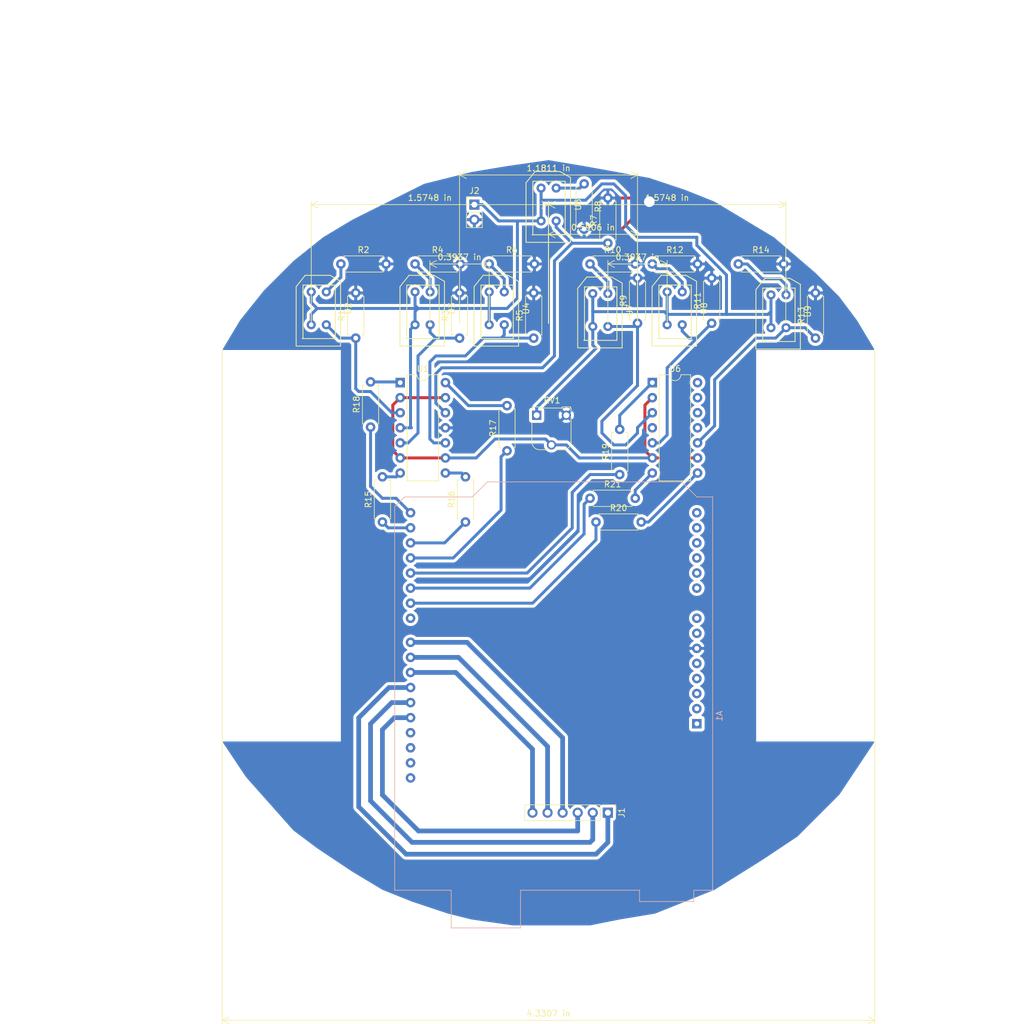
<source format=kicad_pcb>
(kicad_pcb (version 20171130) (host pcbnew 5.1.4-e60b266~84~ubuntu18.04.1)
  (layers (0 F.Cu signal) (31 B.Cu signal) (34 B.Paste user) (35 F.Paste user) (36 B.SilkS user) (37 F.SilkS user) (38 B.Mask user) (39 F.Mask user) (44 Edge.Cuts user))
  (net 0 "")
  (net 1 /Sheet5D8E0D89/S1)
  (net 2 /Sheet5D8E0D89/S0)
  (net 3 "Net-(A1-Pad30)")
  (net 4 "Net-(A1-Pad14)")
  (net 5 "Net-(A1-Pad29)")
  (net 6 "Net-(A1-Pad13)")
  (net 7 "Net-(A1-Pad28)")
  (net 8 "Net-(A1-Pad12)")
  (net 9 "Net-(A1-Pad27)")
  (net 10 "Net-(A1-Pad11)")
  (net 11 "Net-(A1-Pad26)")
  (net 12 "Net-(A1-Pad10)")
  (net 13 "Net-(A1-Pad25)")
  (net 14 "Net-(A1-Pad9)")
  (net 15 "Net-(A1-Pad24)")
  (net 16 "Net-(A1-Pad8)")
  (net 17 "Net-(A1-Pad23)")
  (net 18 "Net-(A1-Pad7)")
  (net 19 "Net-(A1-Pad22)")
  (net 20 /Sheet5D8E0D89/S6)
  (net 21 "Net-(A1-Pad5)")
  (net 22 /Sheet5D8E0D89/S5)
  (net 23 "Net-(A1-Pad4)")
  (net 24 /Sheet5D8E0D89/S4)
  (net 25 "Net-(A1-Pad3)")
  (net 26 /Sheet5D8E0D89/S3)
  (net 27 "Net-(A1-Pad2)")
  (net 28 /Sheet5D8E0D89/S2)
  (net 29 "Net-(A1-Pad1)")
  (net 30 "Net-(A1-Pad31)")
  (net 31 "Net-(A1-Pad32)")
  (net 32 /Sheet5D8E0D89/powerGND)
  (net 33 /Sheet5D8E0D89/power5)
  (net 34 "Net-(R1-Pad1)")
  (net 35 "Net-(R2-Pad1)")
  (net 36 "Net-(R3-Pad1)")
  (net 37 "Net-(R4-Pad1)")
  (net 38 "Net-(R5-Pad1)")
  (net 39 "Net-(R6-Pad1)")
  (net 40 "Net-(R7-Pad1)")
  (net 41 "Net-(R8-Pad1)")
  (net 42 "Net-(R9-Pad1)")
  (net 43 "Net-(R10-Pad1)")
  (net 44 "Net-(R11-Pad1)")
  (net 45 "Net-(R12-Pad1)")
  (net 46 "Net-(R13-Pad1)")
  (net 47 "Net-(R14-Pad1)")
  (net 48 "Net-(R15-Pad2)")
  (net 49 "Net-(R16-Pad2)")
  (net 50 "Net-(R17-Pad2)")
  (net 51 "Net-(R18-Pad2)")
  (net 52 "Net-(R19-Pad2)")
  (net 53 "Net-(R20-Pad2)")
  (net 54 "Net-(R21-Pad2)")
  (net 55 "Net-(RV1-Pad2)")
  (module Module:Arduino_UNO_R3 (layer B.Cu) (at 175 125 90)
    (fp_text reference A1 (at 1.27 3.81 270) (layer B.SilkS) (effects (justify mirror)))
    (fp_text value Arduino_UNO_R3)
    (pad 16 thru_hole oval (at 33.02 -48.26) (size 1.6 1.6) (drill 0.8) (layers *.Cu *.Mask) (net 1 /Sheet5D8E0D89/S1))
    (pad 15 thru_hole oval (at 35.56 -48.26) (size 1.6 1.6) (drill 0.8) (layers *.Cu *.Mask) (net 2 /Sheet5D8E0D89/S0))
    (pad 30 thru_hole oval (at -4.06 -48.26) (size 1.6 1.6) (drill 0.8) (layers *.Cu *.Mask) (net 3 "Net-(A1-Pad30)"))
    (pad 14 thru_hole oval (at 35.56 0) (size 1.6 1.6) (drill 0.8) (layers *.Cu *.Mask) (net 4 "Net-(A1-Pad14)"))
    (pad 29 thru_hole oval (at -1.52 -48.26) (size 1.6 1.6) (drill 0.8) (layers *.Cu *.Mask) (net 5 "Net-(A1-Pad29)"))
    (pad 13 thru_hole oval (at 33.02 0) (size 1.6 1.6) (drill 0.8) (layers *.Cu *.Mask) (net 6 "Net-(A1-Pad13)"))
    (pad 28 thru_hole oval (at 1.02 -48.26) (size 1.6 1.6) (drill 0.8) (layers *.Cu *.Mask) (net 7 "Net-(A1-Pad28)"))
    (pad 12 thru_hole oval (at 30.48 0) (size 1.6 1.6) (drill 0.8) (layers *.Cu *.Mask) (net 8 "Net-(A1-Pad12)"))
    (pad 27 thru_hole oval (at 3.56 -48.26) (size 1.6 1.6) (drill 0.8) (layers *.Cu *.Mask) (net 9 "Net-(A1-Pad27)"))
    (pad 11 thru_hole oval (at 27.94 0) (size 1.6 1.6) (drill 0.8) (layers *.Cu *.Mask) (net 10 "Net-(A1-Pad11)"))
    (pad 26 thru_hole oval (at 6.1 -48.26) (size 1.6 1.6) (drill 0.8) (layers *.Cu *.Mask) (net 11 "Net-(A1-Pad26)"))
    (pad 10 thru_hole oval (at 25.4 0) (size 1.6 1.6) (drill 0.8) (layers *.Cu *.Mask) (net 12 "Net-(A1-Pad10)"))
    (pad 25 thru_hole oval (at 8.64 -48.26) (size 1.6 1.6) (drill 0.8) (layers *.Cu *.Mask) (net 13 "Net-(A1-Pad25)"))
    (pad 9 thru_hole oval (at 22.86 0) (size 1.6 1.6) (drill 0.8) (layers *.Cu *.Mask) (net 14 "Net-(A1-Pad9)"))
    (pad 24 thru_hole oval (at 11.18 -48.26) (size 1.6 1.6) (drill 0.8) (layers *.Cu *.Mask) (net 15 "Net-(A1-Pad24)"))
    (pad 8 thru_hole oval (at 17.78 0) (size 1.6 1.6) (drill 0.8) (layers *.Cu *.Mask) (net 16 "Net-(A1-Pad8)"))
    (pad 23 thru_hole oval (at 13.72 -48.26) (size 1.6 1.6) (drill 0.8) (layers *.Cu *.Mask) (net 17 "Net-(A1-Pad23)"))
    (pad 7 thru_hole oval (at 15.24 0) (size 1.6 1.6) (drill 0.8) (layers *.Cu *.Mask) (net 18 "Net-(A1-Pad7)"))
    (pad 22 thru_hole oval (at 17.78 -48.26) (size 1.6 1.6) (drill 0.8) (layers *.Cu *.Mask) (net 19 "Net-(A1-Pad22)"))
    (pad 6 thru_hole oval (at 12.7 0) (size 1.6 1.6) (drill 0.8) (layers *.Cu *.Mask) (net 32 /Sheet5D8E0D89/powerGND))
    (pad 21 thru_hole oval (at 20.32 -48.26) (size 1.6 1.6) (drill 0.8) (layers *.Cu *.Mask) (net 20 /Sheet5D8E0D89/S6))
    (pad 5 thru_hole oval (at 10.16 0) (size 1.6 1.6) (drill 0.8) (layers *.Cu *.Mask) (net 21 "Net-(A1-Pad5)"))
    (pad 20 thru_hole oval (at 22.86 -48.26) (size 1.6 1.6) (drill 0.8) (layers *.Cu *.Mask) (net 22 /Sheet5D8E0D89/S5))
    (pad 4 thru_hole oval (at 7.62 0) (size 1.6 1.6) (drill 0.8) (layers *.Cu *.Mask) (net 23 "Net-(A1-Pad4)"))
    (pad 19 thru_hole oval (at 25.4 -48.26) (size 1.6 1.6) (drill 0.8) (layers *.Cu *.Mask) (net 24 /Sheet5D8E0D89/S4))
    (pad 3 thru_hole oval (at 5.08 0) (size 1.6 1.6) (drill 0.8) (layers *.Cu *.Mask) (net 25 "Net-(A1-Pad3)"))
    (pad 18 thru_hole oval (at 27.94 -48.26) (size 1.6 1.6) (drill 0.8) (layers *.Cu *.Mask) (net 26 /Sheet5D8E0D89/S3))
    (pad 2 thru_hole oval (at 2.54 0) (size 1.6 1.6) (drill 0.8) (layers *.Cu *.Mask) (net 27 "Net-(A1-Pad2)"))
    (pad 17 thru_hole oval (at 30.48 -48.26) (size 1.6 1.6) (drill 0.8) (layers *.Cu *.Mask) (net 28 /Sheet5D8E0D89/S2))
    (pad 1 thru_hole rect (at 0 0) (size 1.6 1.6) (drill 0.8) (layers *.Cu *.Mask) (net 29 "Net-(A1-Pad1)"))
    (pad 31 thru_hole oval (at -6.6 -48.26) (size 1.6 1.6) (drill 0.8) (layers *.Cu *.Mask) (net 30 "Net-(A1-Pad31)"))
    (pad 32 thru_hole oval (at -9.14 -48.26) (size 1.6 1.6) (drill 0.8) (layers *.Cu *.Mask) (net 31 "Net-(A1-Pad32)"))
  )
  (module Connector_PinHeader_2.54mm:PinHeader_1x06_P2.54mm_Vertical (layer F.Cu) (at 160 140 270)
    (fp_text reference J1 (at 0 -2.33 90) (layer F.SilkS))
    (fp_text value Conn_01x06_Male)
    (pad 6 thru_hole oval (at 0 12.7 270) (size 1.7 1.7) (drill 1) (layers *.Cu *.Mask) (net 13 "Net-(A1-Pad25)"))
    (pad 5 thru_hole oval (at 0 10.16 270) (size 1.7 1.7) (drill 1) (layers *.Cu *.Mask) (net 15 "Net-(A1-Pad24)"))
    (pad 4 thru_hole oval (at 0 7.62 270) (size 1.7 1.7) (drill 1) (layers *.Cu *.Mask) (net 17 "Net-(A1-Pad23)"))
    (pad 3 thru_hole oval (at 0 5.08 270) (size 1.7 1.7) (drill 1) (layers *.Cu *.Mask) (net 7 "Net-(A1-Pad28)"))
    (pad 2 thru_hole oval (at 0 2.54 270) (size 1.7 1.7) (drill 1) (layers *.Cu *.Mask) (net 9 "Net-(A1-Pad27)"))
    (pad 1 thru_hole rect (at 0 0 270) (size 1.7 1.7) (drill 1) (layers *.Cu *.Mask) (net 11 "Net-(A1-Pad26)"))
  )
  (module Resistor_THT:R_Axial_DIN0207_L6.3mm_D2.5mm_P7.62mm_Horizontal (layer F.Cu) (at 182 47.5)
    (fp_text reference R14 (at 3.81 -2.37) (layer F.SilkS))
    (fp_text value 100)
    (pad 1 thru_hole circle (at 0 0) (size 1.6 1.6) (drill 0.8) (layers *.Cu *.Mask) (net 47 "Net-(R14-Pad1)"))
    (pad 2 thru_hole oval (at 7.62 0) (size 1.6 1.6) (drill 0.8) (layers *.Cu *.Mask) (net 32 /Sheet5D8E0D89/powerGND))
  )
  (module "selfLibrary:TCRT 5000" (layer F.Cu) (at 187.5 55.5 90)
    (fp_text reference U9 (at 0 6.223 90) (layer F.SilkS))
    (fp_text value TCRT5000)
    (pad 1 thru_hole circle (at 2.794 0 90) (size 1.524 1.524) (drill 0.762) (layers *.Cu *.Mask) (net 33 /Sheet5D8E0D89/power5))
    (pad 4 thru_hole circle (at -2.7432 0 90) (size 1.524 1.524) (drill 0.762) (layers *.Cu *.Mask) (net 33 /Sheet5D8E0D89/power5))
    (pad 2 thru_hole circle (at 2.794 2.54 90) (size 1.524 1.524) (drill 0.762) (layers *.Cu *.Mask) (net 47 "Net-(R14-Pad1)"))
    (pad 3 thru_hole circle (at -2.7432 2.54 90) (size 1.524 1.524) (drill 0.762) (layers *.Cu *.Mask) (net 46 "Net-(R13-Pad1)"))
  )
  (module Resistor_THT:R_Axial_DIN0207_L6.3mm_D2.5mm_P7.62mm_Horizontal (layer F.Cu) (at 156 34 270)
    (fp_text reference R8 (at 3.81 -2.37 90) (layer F.SilkS))
    (fp_text value 100)
    (pad 1 thru_hole circle (at 0 0 270) (size 1.6 1.6) (drill 0.8) (layers *.Cu *.Mask) (net 41 "Net-(R8-Pad1)"))
    (pad 2 thru_hole oval (at 7.62 0 270) (size 1.6 1.6) (drill 0.8) (layers *.Cu *.Mask) (net 32 /Sheet5D8E0D89/powerGND))
  )
  (module Resistor_THT:R_Axial_DIN0207_L6.3mm_D2.5mm_P7.62mm_Horizontal (layer F.Cu) (at 160 44 90)
    (fp_text reference R7 (at 3.81 -2.37 90) (layer F.SilkS))
    (fp_text value 10K)
    (pad 1 thru_hole circle (at 0 0 90) (size 1.6 1.6) (drill 0.8) (layers *.Cu *.Mask) (net 40 "Net-(R7-Pad1)"))
    (pad 2 thru_hole oval (at 7.62 0 90) (size 1.6 1.6) (drill 0.8) (layers *.Cu *.Mask) (net 32 /Sheet5D8E0D89/powerGND))
  )
  (module "selfLibrary:TCRT 5000" (layer F.Cu) (at 110 55 90)
    (fp_text reference U2 (at 0 6.223 90) (layer F.SilkS))
    (fp_text value TCRT5000)
    (pad 1 thru_hole circle (at 2.794 0 90) (size 1.524 1.524) (drill 0.762) (layers *.Cu *.Mask) (net 33 /Sheet5D8E0D89/power5))
    (pad 4 thru_hole circle (at -2.7432 0 90) (size 1.524 1.524) (drill 0.762) (layers *.Cu *.Mask) (net 33 /Sheet5D8E0D89/power5))
    (pad 2 thru_hole circle (at 2.794 2.54 90) (size 1.524 1.524) (drill 0.762) (layers *.Cu *.Mask) (net 35 "Net-(R2-Pad1)"))
    (pad 3 thru_hole circle (at -2.7432 2.54 90) (size 1.524 1.524) (drill 0.762) (layers *.Cu *.Mask) (net 34 "Net-(R1-Pad1)"))
  )
  (module "selfLibrary:TCRT 5000" (layer F.Cu) (at 170 55 90)
    (fp_text reference U8 (at 0 6.223 90) (layer F.SilkS))
    (fp_text value TCRT5000)
    (pad 1 thru_hole circle (at 2.794 0 90) (size 1.524 1.524) (drill 0.762) (layers *.Cu *.Mask) (net 33 /Sheet5D8E0D89/power5))
    (pad 4 thru_hole circle (at -2.7432 0 90) (size 1.524 1.524) (drill 0.762) (layers *.Cu *.Mask) (net 33 /Sheet5D8E0D89/power5))
    (pad 2 thru_hole circle (at 2.794 2.54 90) (size 1.524 1.524) (drill 0.762) (layers *.Cu *.Mask) (net 45 "Net-(R12-Pad1)"))
    (pad 3 thru_hole circle (at -2.7432 2.54 90) (size 1.524 1.524) (drill 0.762) (layers *.Cu *.Mask) (net 44 "Net-(R11-Pad1)"))
  )
  (module "selfLibrary:TCRT 5000" (layer F.Cu) (at 157.46 55.294 90)
    (fp_text reference U7 (at 0 6.223 90) (layer F.SilkS))
    (fp_text value TCRT5000)
    (pad 1 thru_hole circle (at 2.794 0 90) (size 1.524 1.524) (drill 0.762) (layers *.Cu *.Mask) (net 33 /Sheet5D8E0D89/power5))
    (pad 4 thru_hole circle (at -2.7432 0 90) (size 1.524 1.524) (drill 0.762) (layers *.Cu *.Mask) (net 33 /Sheet5D8E0D89/power5))
    (pad 2 thru_hole circle (at 2.794 2.54 90) (size 1.524 1.524) (drill 0.762) (layers *.Cu *.Mask) (net 43 "Net-(R10-Pad1)"))
    (pad 3 thru_hole circle (at -2.7432 2.54 90) (size 1.524 1.524) (drill 0.762) (layers *.Cu *.Mask) (net 42 "Net-(R9-Pad1)"))
  )
  (module Package_DIP:DIP-14_W7.62mm (layer F.Cu) (at 167.5 67.5)
    (fp_text reference U6 (at 3.81 -2.33) (layer F.SilkS))
    (fp_text value LM324)
    (pad 1 thru_hole rect (at 0 0) (size 1.6 1.6) (drill 0.8) (layers *.Cu *.Mask) (net 52 "Net-(R19-Pad2)"))
    (pad 8 thru_hole oval (at 7.62 15.24) (size 1.6 1.6) (drill 0.8) (layers *.Cu *.Mask) (net 53 "Net-(R20-Pad2)"))
    (pad 2 thru_hole oval (at 0 2.54) (size 1.6 1.6) (drill 0.8) (layers *.Cu *.Mask) (net 55 "Net-(RV1-Pad2)"))
    (pad 9 thru_hole oval (at 7.62 12.7) (size 1.6 1.6) (drill 0.8) (layers *.Cu *.Mask) (net 55 "Net-(RV1-Pad2)"))
    (pad 3 thru_hole oval (at 0 5.08) (size 1.6 1.6) (drill 0.8) (layers *.Cu *.Mask) (net 42 "Net-(R9-Pad1)"))
    (pad 10 thru_hole oval (at 7.62 10.16) (size 1.6 1.6) (drill 0.8) (layers *.Cu *.Mask) (net 46 "Net-(R13-Pad1)"))
    (pad 4 thru_hole oval (at 0 7.62) (size 1.6 1.6) (drill 0.8) (layers *.Cu *.Mask))
    (pad 11 thru_hole oval (at 7.62 7.62) (size 1.6 1.6) (drill 0.8) (layers *.Cu *.Mask))
    (pad 5 thru_hole oval (at 0 10.16) (size 1.6 1.6) (drill 0.8) (layers *.Cu *.Mask) (net 44 "Net-(R11-Pad1)"))
    (pad 12 thru_hole oval (at 7.62 5.08) (size 1.6 1.6) (drill 0.8) (layers *.Cu *.Mask))
    (pad 6 thru_hole oval (at 0 12.7) (size 1.6 1.6) (drill 0.8) (layers *.Cu *.Mask) (net 55 "Net-(RV1-Pad2)"))
    (pad 13 thru_hole oval (at 7.62 2.54) (size 1.6 1.6) (drill 0.8) (layers *.Cu *.Mask))
    (pad 7 thru_hole oval (at 0 15.24) (size 1.6 1.6) (drill 0.8) (layers *.Cu *.Mask) (net 54 "Net-(R21-Pad2)"))
    (pad 14 thru_hole oval (at 7.62 0) (size 1.6 1.6) (drill 0.8) (layers *.Cu *.Mask))
  )
  (module "selfLibrary:TCRT 5000" (layer F.Cu) (at 148.75 37.5 90)
    (fp_text reference U5 (at 0 6.223 90) (layer F.SilkS))
    (fp_text value TCRT5000)
    (pad 1 thru_hole circle (at 2.794 0 90) (size 1.524 1.524) (drill 0.762) (layers *.Cu *.Mask) (net 33 /Sheet5D8E0D89/power5))
    (pad 4 thru_hole circle (at -2.7432 0 90) (size 1.524 1.524) (drill 0.762) (layers *.Cu *.Mask) (net 33 /Sheet5D8E0D89/power5))
    (pad 2 thru_hole circle (at 2.794 2.54 90) (size 1.524 1.524) (drill 0.762) (layers *.Cu *.Mask) (net 41 "Net-(R8-Pad1)"))
    (pad 3 thru_hole circle (at -2.7432 2.54 90) (size 1.524 1.524) (drill 0.762) (layers *.Cu *.Mask) (net 40 "Net-(R7-Pad1)"))
  )
  (module "selfLibrary:TCRT 5000" (layer F.Cu) (at 140 55 90)
    (fp_text reference U4 (at 0 6.223 90) (layer F.SilkS))
    (fp_text value TCRT5000)
    (pad 1 thru_hole circle (at 2.794 0 90) (size 1.524 1.524) (drill 0.762) (layers *.Cu *.Mask) (net 33 /Sheet5D8E0D89/power5))
    (pad 4 thru_hole circle (at -2.7432 0 90) (size 1.524 1.524) (drill 0.762) (layers *.Cu *.Mask) (net 33 /Sheet5D8E0D89/power5))
    (pad 2 thru_hole circle (at 2.794 2.54 90) (size 1.524 1.524) (drill 0.762) (layers *.Cu *.Mask) (net 39 "Net-(R6-Pad1)"))
    (pad 3 thru_hole circle (at -2.7432 2.54 90) (size 1.524 1.524) (drill 0.762) (layers *.Cu *.Mask) (net 38 "Net-(R5-Pad1)"))
  )
  (module "selfLibrary:TCRT 5000" (layer F.Cu) (at 127.5 55 90)
    (fp_text reference U3 (at 0 6.223 90) (layer F.SilkS))
    (fp_text value TCRT5000)
    (pad 1 thru_hole circle (at 2.794 0 90) (size 1.524 1.524) (drill 0.762) (layers *.Cu *.Mask) (net 33 /Sheet5D8E0D89/power5))
    (pad 4 thru_hole circle (at -2.7432 0 90) (size 1.524 1.524) (drill 0.762) (layers *.Cu *.Mask) (net 33 /Sheet5D8E0D89/power5))
    (pad 2 thru_hole circle (at 2.794 2.54 90) (size 1.524 1.524) (drill 0.762) (layers *.Cu *.Mask) (net 37 "Net-(R4-Pad1)"))
    (pad 3 thru_hole circle (at -2.7432 2.54 90) (size 1.524 1.524) (drill 0.762) (layers *.Cu *.Mask) (net 36 "Net-(R3-Pad1)"))
  )
  (module Package_DIP:DIP-14_W7.62mm (layer F.Cu) (at 125 67.5)
    (fp_text reference U1 (at 3.81 -2.33) (layer F.SilkS))
    (fp_text value LM324)
    (pad 1 thru_hole rect (at 0 0) (size 1.6 1.6) (drill 0.8) (layers *.Cu *.Mask) (net 51 "Net-(R18-Pad2)"))
    (pad 8 thru_hole oval (at 7.62 15.24) (size 1.6 1.6) (drill 0.8) (layers *.Cu *.Mask) (net 49 "Net-(R16-Pad2)"))
    (pad 2 thru_hole oval (at 0 2.54) (size 1.6 1.6) (drill 0.8) (layers *.Cu *.Mask) (net 55 "Net-(RV1-Pad2)"))
    (pad 9 thru_hole oval (at 7.62 12.7) (size 1.6 1.6) (drill 0.8) (layers *.Cu *.Mask) (net 55 "Net-(RV1-Pad2)"))
    (pad 3 thru_hole oval (at 0 5.08) (size 1.6 1.6) (drill 0.8) (layers *.Cu *.Mask) (net 34 "Net-(R1-Pad1)"))
    (pad 10 thru_hole oval (at 7.62 10.16) (size 1.6 1.6) (drill 0.8) (layers *.Cu *.Mask) (net 38 "Net-(R5-Pad1)"))
    (pad 4 thru_hole oval (at 0 7.62) (size 1.6 1.6) (drill 0.8) (layers *.Cu *.Mask) (net 33 /Sheet5D8E0D89/power5))
    (pad 11 thru_hole oval (at 7.62 7.62) (size 1.6 1.6) (drill 0.8) (layers *.Cu *.Mask) (net 32 /Sheet5D8E0D89/powerGND))
    (pad 5 thru_hole oval (at 0 10.16) (size 1.6 1.6) (drill 0.8) (layers *.Cu *.Mask) (net 36 "Net-(R3-Pad1)"))
    (pad 12 thru_hole oval (at 7.62 5.08) (size 1.6 1.6) (drill 0.8) (layers *.Cu *.Mask) (net 40 "Net-(R7-Pad1)"))
    (pad 6 thru_hole oval (at 0 12.7) (size 1.6 1.6) (drill 0.8) (layers *.Cu *.Mask) (net 55 "Net-(RV1-Pad2)"))
    (pad 13 thru_hole oval (at 7.62 2.54) (size 1.6 1.6) (drill 0.8) (layers *.Cu *.Mask) (net 55 "Net-(RV1-Pad2)"))
    (pad 7 thru_hole oval (at 0 15.24) (size 1.6 1.6) (drill 0.8) (layers *.Cu *.Mask) (net 48 "Net-(R15-Pad2)"))
    (pad 14 thru_hole oval (at 7.62 0) (size 1.6 1.6) (drill 0.8) (layers *.Cu *.Mask) (net 50 "Net-(R17-Pad2)"))
  )
  (module Potentiometer_THT:Potentiometer_Runtron_RM-065_Vertical (layer F.Cu) (at 148 73)
    (fp_text reference RV1 (at 2.6 -2.5) (layer F.SilkS))
    (fp_text value R_POT)
    (pad 2 thru_hole circle (at 2.5 5) (size 1.55 1.55) (drill 1) (layers *.Cu *.Mask) (net 55 "Net-(RV1-Pad2)"))
    (pad 1 thru_hole rect (at 0 0) (size 1.55 1.55) (drill 1) (layers *.Cu *.Mask) (net 33 /Sheet5D8E0D89/power5))
    (pad 3 thru_hole circle (at 5 0) (size 1.55 1.55) (drill 1) (layers *.Cu *.Mask) (net 32 /Sheet5D8E0D89/powerGND))
  )
  (module Resistor_THT:R_Axial_DIN0207_L6.3mm_D2.5mm_P7.62mm_Horizontal (layer F.Cu) (at 157 87)
    (fp_text reference R21 (at 3.81 -2.37) (layer F.SilkS))
    (fp_text value 330)
    (pad 2 thru_hole oval (at 7.62 0) (size 1.6 1.6) (drill 0.8) (layers *.Cu *.Mask) (net 54 "Net-(R21-Pad2)"))
    (pad 1 thru_hole circle (at 0 0) (size 1.6 1.6) (drill 0.8) (layers *.Cu *.Mask) (net 22 /Sheet5D8E0D89/S5))
  )
  (module Resistor_THT:R_Axial_DIN0207_L6.3mm_D2.5mm_P7.62mm_Horizontal (layer F.Cu) (at 158 91)
    (fp_text reference R20 (at 3.81 -2.37) (layer F.SilkS))
    (fp_text value 330)
    (pad 2 thru_hole oval (at 7.62 0) (size 1.6 1.6) (drill 0.8) (layers *.Cu *.Mask) (net 53 "Net-(R20-Pad2)"))
    (pad 1 thru_hole circle (at 0 0) (size 1.6 1.6) (drill 0.8) (layers *.Cu *.Mask) (net 20 /Sheet5D8E0D89/S6))
  )
  (module Resistor_THT:R_Axial_DIN0207_L6.3mm_D2.5mm_P7.62mm_Horizontal (layer F.Cu) (at 162 83 90)
    (fp_text reference R19 (at 3.81 -2.37 90) (layer F.SilkS))
    (fp_text value 330)
    (pad 2 thru_hole oval (at 7.62 0 90) (size 1.6 1.6) (drill 0.8) (layers *.Cu *.Mask) (net 52 "Net-(R19-Pad2)"))
    (pad 1 thru_hole circle (at 0 0 90) (size 1.6 1.6) (drill 0.8) (layers *.Cu *.Mask) (net 24 /Sheet5D8E0D89/S4))
  )
  (module Resistor_THT:R_Axial_DIN0207_L6.3mm_D2.5mm_P7.62mm_Horizontal (layer F.Cu) (at 120 75 90)
    (fp_text reference R18 (at 3.81 -2.37 90) (layer F.SilkS))
    (fp_text value 330)
    (pad 2 thru_hole oval (at 7.62 0 90) (size 1.6 1.6) (drill 0.8) (layers *.Cu *.Mask) (net 51 "Net-(R18-Pad2)"))
    (pad 1 thru_hole circle (at 0 0 90) (size 1.6 1.6) (drill 0.8) (layers *.Cu *.Mask) (net 2 /Sheet5D8E0D89/S0))
  )
  (module Resistor_THT:R_Axial_DIN0207_L6.3mm_D2.5mm_P7.62mm_Horizontal (layer F.Cu) (at 143 79 90)
    (fp_text reference R17 (at 3.81 -2.37 90) (layer F.SilkS))
    (fp_text value 330)
    (pad 2 thru_hole oval (at 7.62 0 90) (size 1.6 1.6) (drill 0.8) (layers *.Cu *.Mask) (net 50 "Net-(R17-Pad2)"))
    (pad 1 thru_hole circle (at 0 0 90) (size 1.6 1.6) (drill 0.8) (layers *.Cu *.Mask) (net 26 /Sheet5D8E0D89/S3))
  )
  (module Resistor_THT:R_Axial_DIN0207_L6.3mm_D2.5mm_P7.62mm_Horizontal (layer F.Cu) (at 136 91 90)
    (fp_text reference R16 (at 3.81 -2.37 90) (layer F.SilkS))
    (fp_text value 330)
    (pad 2 thru_hole oval (at 7.62 0 90) (size 1.6 1.6) (drill 0.8) (layers *.Cu *.Mask) (net 49 "Net-(R16-Pad2)"))
    (pad 1 thru_hole circle (at 0 0 90) (size 1.6 1.6) (drill 0.8) (layers *.Cu *.Mask) (net 28 /Sheet5D8E0D89/S2))
  )
  (module Resistor_THT:R_Axial_DIN0207_L6.3mm_D2.5mm_P7.62mm_Horizontal (layer F.Cu) (at 122 91 90)
    (fp_text reference R15 (at 3.81 -2.37 90) (layer F.SilkS))
    (fp_text value 330)
    (pad 2 thru_hole oval (at 7.62 0 90) (size 1.6 1.6) (drill 0.8) (layers *.Cu *.Mask) (net 48 "Net-(R15-Pad2)"))
    (pad 1 thru_hole circle (at 0 0 90) (size 1.6 1.6) (drill 0.8) (layers *.Cu *.Mask) (net 1 /Sheet5D8E0D89/S1))
  )
  (module Resistor_THT:R_Axial_DIN0207_L6.3mm_D2.5mm_P7.62mm_Horizontal (layer F.Cu) (at 195 60 90)
    (fp_text reference R13 (at 3.81 -2.37 90) (layer F.SilkS))
    (fp_text value 10K)
    (pad 1 thru_hole circle (at 0 0 90) (size 1.6 1.6) (drill 0.8) (layers *.Cu *.Mask) (net 46 "Net-(R13-Pad1)"))
    (pad 2 thru_hole oval (at 7.62 0 90) (size 1.6 1.6) (drill 0.8) (layers *.Cu *.Mask) (net 32 /Sheet5D8E0D89/powerGND))
  )
  (module Resistor_THT:R_Axial_DIN0207_L6.3mm_D2.5mm_P7.62mm_Horizontal (layer F.Cu) (at 167.5 47.5)
    (fp_text reference R12 (at 3.81 -2.37) (layer F.SilkS))
    (fp_text value 100)
    (pad 1 thru_hole circle (at 0 0) (size 1.6 1.6) (drill 0.8) (layers *.Cu *.Mask) (net 45 "Net-(R12-Pad1)"))
    (pad 2 thru_hole oval (at 7.62 0) (size 1.6 1.6) (drill 0.8) (layers *.Cu *.Mask) (net 32 /Sheet5D8E0D89/powerGND))
  )
  (module Resistor_THT:R_Axial_DIN0207_L6.3mm_D2.5mm_P7.62mm_Horizontal (layer F.Cu) (at 177.5 57.5 90)
    (fp_text reference R11 (at 3.81 -2.37 90) (layer F.SilkS))
    (fp_text value 10K)
    (pad 1 thru_hole circle (at 0 0 90) (size 1.6 1.6) (drill 0.8) (layers *.Cu *.Mask) (net 44 "Net-(R11-Pad1)"))
    (pad 2 thru_hole oval (at 7.62 0 90) (size 1.6 1.6) (drill 0.8) (layers *.Cu *.Mask) (net 32 /Sheet5D8E0D89/powerGND))
  )
  (module Resistor_THT:R_Axial_DIN0207_L6.3mm_D2.5mm_P7.62mm_Horizontal (layer F.Cu) (at 157 47.5)
    (fp_text reference R10 (at 3.81 -2.37) (layer F.SilkS))
    (fp_text value 100)
    (pad 1 thru_hole circle (at 0 0) (size 1.6 1.6) (drill 0.8) (layers *.Cu *.Mask) (net 43 "Net-(R10-Pad1)"))
    (pad 2 thru_hole oval (at 7.62 0) (size 1.6 1.6) (drill 0.8) (layers *.Cu *.Mask) (net 32 /Sheet5D8E0D89/powerGND))
  )
  (module Resistor_THT:R_Axial_DIN0207_L6.3mm_D2.5mm_P7.62mm_Horizontal (layer F.Cu) (at 165 57.5 90)
    (fp_text reference R9 (at 3.81 -2.37 90) (layer F.SilkS))
    (fp_text value 10K)
    (pad 1 thru_hole circle (at 0 0 90) (size 1.6 1.6) (drill 0.8) (layers *.Cu *.Mask) (net 42 "Net-(R9-Pad1)"))
    (pad 2 thru_hole oval (at 7.62 0 90) (size 1.6 1.6) (drill 0.8) (layers *.Cu *.Mask) (net 32 /Sheet5D8E0D89/powerGND))
  )
  (module Resistor_THT:R_Axial_DIN0207_L6.3mm_D2.5mm_P7.62mm_Horizontal (layer F.Cu) (at 140 47.5)
    (fp_text reference R6 (at 3.81 -2.37) (layer F.SilkS))
    (fp_text value 100)
    (pad 1 thru_hole circle (at 0 0) (size 1.6 1.6) (drill 0.8) (layers *.Cu *.Mask) (net 39 "Net-(R6-Pad1)"))
    (pad 2 thru_hole oval (at 7.62 0) (size 1.6 1.6) (drill 0.8) (layers *.Cu *.Mask) (net 32 /Sheet5D8E0D89/powerGND))
  )
  (module Resistor_THT:R_Axial_DIN0207_L6.3mm_D2.5mm_P7.62mm_Horizontal (layer F.Cu) (at 147.5 60 90)
    (fp_text reference R5 (at 3.81 -2.37 90) (layer F.SilkS))
    (fp_text value 10K)
    (pad 1 thru_hole circle (at 0 0 90) (size 1.6 1.6) (drill 0.8) (layers *.Cu *.Mask) (net 38 "Net-(R5-Pad1)"))
    (pad 2 thru_hole oval (at 7.62 0 90) (size 1.6 1.6) (drill 0.8) (layers *.Cu *.Mask) (net 32 /Sheet5D8E0D89/powerGND))
  )
  (module Resistor_THT:R_Axial_DIN0207_L6.3mm_D2.5mm_P7.62mm_Horizontal (layer F.Cu) (at 127.5 47.5)
    (fp_text reference R4 (at 3.81 -2.37) (layer F.SilkS))
    (fp_text value 100)
    (pad 1 thru_hole circle (at 0 0) (size 1.6 1.6) (drill 0.8) (layers *.Cu *.Mask) (net 37 "Net-(R4-Pad1)"))
    (pad 2 thru_hole oval (at 7.62 0) (size 1.6 1.6) (drill 0.8) (layers *.Cu *.Mask) (net 32 /Sheet5D8E0D89/powerGND))
  )
  (module Resistor_THT:R_Axial_DIN0207_L6.3mm_D2.5mm_P7.62mm_Horizontal (layer F.Cu) (at 135 60 90)
    (fp_text reference R3 (at 3.81 -2.37 90) (layer F.SilkS))
    (fp_text value 10K)
    (pad 1 thru_hole circle (at 0 0 90) (size 1.6 1.6) (drill 0.8) (layers *.Cu *.Mask) (net 36 "Net-(R3-Pad1)"))
    (pad 2 thru_hole oval (at 7.62 0 90) (size 1.6 1.6) (drill 0.8) (layers *.Cu *.Mask) (net 32 /Sheet5D8E0D89/powerGND))
  )
  (module Resistor_THT:R_Axial_DIN0207_L6.3mm_D2.5mm_P7.62mm_Horizontal (layer F.Cu) (at 115 47.5)
    (fp_text reference R2 (at 3.81 -2.37) (layer F.SilkS))
    (fp_text value 100)
    (pad 1 thru_hole circle (at 0 0) (size 1.6 1.6) (drill 0.8) (layers *.Cu *.Mask) (net 35 "Net-(R2-Pad1)"))
    (pad 2 thru_hole oval (at 7.62 0) (size 1.6 1.6) (drill 0.8) (layers *.Cu *.Mask) (net 32 /Sheet5D8E0D89/powerGND))
  )
  (module Resistor_THT:R_Axial_DIN0207_L6.3mm_D2.5mm_P7.62mm_Horizontal (layer F.Cu) (at 117.5 60 90)
    (fp_text reference R1 (at 3.81 -2.37 90) (layer F.SilkS))
    (fp_text value 10K)
    (pad 2 thru_hole oval (at 7.62 0 90) (size 1.6 1.6) (drill 0.8) (layers *.Cu *.Mask) (net 32 /Sheet5D8E0D89/powerGND))
    (pad 1 thru_hole circle (at 0 0 90) (size 1.6 1.6) (drill 0.8) (layers *.Cu *.Mask) (net 34 "Net-(R1-Pad1)"))
  )
  (module Connector_PinHeader_2.54mm:PinHeader_1x02_P2.54mm_Vertical (layer F.Cu) (at 137.5 37.5)
    (fp_text reference J2 (at 0 -2.33) (layer F.SilkS))
    (fp_text value Conn_01x02_Male)
    (pad 2 thru_hole oval (at 0 2.54) (size 1.7 1.7) (drill 1) (layers *.Cu *.Mask) (net 32 /Sheet5D8E0D89/powerGND))
    (pad 1 thru_hole rect (at 0 0) (size 1.7 1.7) (drill 1) (layers *.Cu *.Mask) (net 33 /Sheet5D8E0D89/power5))
  )
  (dimension 110 (width 0.12) (layer F.SilkS) (gr_text "110.000 mm" (at 150 176.27) (layer F.SilkS) (effects (font (size 1 1) (thickness 0.15)))) (feature1 (pts (xy 205 62) (xy 205 175.586421))) (feature2 (pts (xy 95 62) (xy 95 175.586421))) (crossbar (pts (xy 95 175) (xy 205 175))) (arrow1a (pts (xy 205 175) (xy 203.873496 175.586421))) (arrow1b (pts (xy 205 175) (xy 203.873496 174.413579))) (arrow2a (pts (xy 95 175) (xy 96.126504 175.586421))) (arrow2b (pts (xy 95 175) (xy 96.126504 174.413579))))
  (dimension 40 (width 0.12) (layer F.SilkS) (gr_text "40.000 mm" (at 170 36.23) (layer F.SilkS) (effects (font (size 1 1) (thickness 0.15)))) (feature1 (pts (xy 190 57.5) (xy 190 36.913579))) (feature2 (pts (xy 150 57.5) (xy 150 36.913579))) (crossbar (pts (xy 150 37.5) (xy 190 37.5))) (arrow1a (pts (xy 190 37.5) (xy 188.873496 38.086421))) (arrow1b (pts (xy 190 37.5) (xy 188.873496 36.913579))) (arrow2a (pts (xy 150 37.5) (xy 151.126504 38.086421))) (arrow2b (pts (xy 150 37.5) (xy 151.126504 36.913579))))
  (dimension 40 (width 0.12) (layer F.SilkS) (gr_text "40.000 mm" (at 130 36.23) (layer F.SilkS) (effects (font (size 1 1) (thickness 0.15)))) (feature1 (pts (xy 110 57.5) (xy 110 36.913579))) (feature2 (pts (xy 150 57.5) (xy 150 36.913579))) (crossbar (pts (xy 150 37.5) (xy 110 37.5))) (arrow1a (pts (xy 110 37.5) (xy 111.126504 36.913579))) (arrow1b (pts (xy 110 37.5) (xy 111.126504 38.086421))) (arrow2a (pts (xy 150 37.5) (xy 148.873496 36.913579))) (arrow2b (pts (xy 150 37.5) (xy 148.873496 38.086421))))
  (dimension 10 (width 0.12) (layer F.SilkS) (gr_text "10.000 mm" (at 135 46.23) (layer F.SilkS) (effects (font (size 1 1) (thickness 0.15)))) (feature1 (pts (xy 130 57.5) (xy 130 46.913579))) (feature2 (pts (xy 140 57.5) (xy 140 46.913579))) (crossbar (pts (xy 140 47.5) (xy 130 47.5))) (arrow1a (pts (xy 130 47.5) (xy 131.126504 46.913579))) (arrow1b (pts (xy 130 47.5) (xy 131.126504 48.086421))) (arrow2a (pts (xy 140 47.5) (xy 138.873496 46.913579))) (arrow2b (pts (xy 140 47.5) (xy 138.873496 48.086421))))
  (dimension 10 (width 0.12) (layer F.SilkS) (gr_text "10.000 mm" (at 165 46.23) (layer F.SilkS) (effects (font (size 1 1) (thickness 0.15)))) (feature1 (pts (xy 170 57.5) (xy 170 46.913579))) (feature2 (pts (xy 160 57.5) (xy 160 46.913579))) (crossbar (pts (xy 160 47.5) (xy 170 47.5))) (arrow1a (pts (xy 170 47.5) (xy 168.873496 48.086421))) (arrow1b (pts (xy 170 47.5) (xy 168.873496 46.913579))) (arrow2a (pts (xy 160 47.5) (xy 161.126504 48.086421))) (arrow2b (pts (xy 160 47.5) (xy 161.126504 46.913579))))
  (dimension 30 (width 0.12) (layer F.SilkS) (gr_text "30.000 mm" (at 150 31.23) (layer F.SilkS) (effects (font (size 1 1) (thickness 0.15)))) (feature1 (pts (xy 135 57.5) (xy 135 31.913579))) (feature2 (pts (xy 165 57.5) (xy 165 31.913579))) (crossbar (pts (xy 165 32.5) (xy 135 32.5))) (arrow1a (pts (xy 135 32.5) (xy 136.126504 31.913579))) (arrow1b (pts (xy 135 32.5) (xy 136.126504 33.086421))) (arrow2a (pts (xy 165 32.5) (xy 163.873496 31.913579))) (arrow2b (pts (xy 165 32.5) (xy 163.873496 33.086421))))
  (dimension 15 (width 0.12) (layer F.SilkS) (gr_text "15.000 mm" (at 157.5 41.23) (layer F.SilkS) (effects (font (size 1 1) (thickness 0.15)))) (feature1 (pts (xy 165 57.5) (xy 165 41.913579))) (feature2 (pts (xy 150 57.5) (xy 150 41.913579))) (crossbar (pts (xy 150 42.5) (xy 165 42.5))) (arrow1a (pts (xy 165 42.5) (xy 163.873496 43.086421))) (arrow1b (pts (xy 165 42.5) (xy 163.873496 41.913579))) (arrow2a (pts (xy 150 42.5) (xy 151.126504 43.086421))) (arrow2b (pts (xy 150 42.5) (xy 151.126504 41.913579))))
  (segment (start 122 91) (end 123 92) (width 0.5) (layer B.Cu) (net 1))
  (segment (start 123 92) (end 123.02 91.98) (width 0.5) (layer B.Cu) (net 1))
  (segment (start 123.02 91.98) (end 126.74 91.98) (width 0.5) (layer B.Cu) (net 1))
  (segment (start 120 75) (end 120 85) (width 0.5) (layer B.Cu) (net 2))
  (segment (start 120 85) (end 122 87) (width 0.5) (layer B.Cu) (net 2))
  (segment (start 122 87) (end 124.3 87) (width 0.5) (layer B.Cu) (net 2))
  (segment (start 124.3 87) (end 126.74 89.44) (width 0.5) (layer B.Cu) (net 2))
  (segment (start 154.92 140) (end 154.92 143.08) (width 0.8) (layer B.Cu) (net 7))
  (segment (start 124.02 123.98) (end 126.74 123.98) (width 0.8) (layer B.Cu) (net 7))
  (segment (start 122 137) (end 122 126) (width 0.8) (layer B.Cu) (net 7))
  (segment (start 122 126) (end 124.02 123.98) (width 0.8) (layer B.Cu) (net 7))
  (segment (start 154.92 143.08) (end 128.08 143.08) (width 0.8) (layer B.Cu) (net 7))
  (segment (start 128.08 143.08) (end 122 137) (width 0.8) (layer B.Cu) (net 7))
  (segment (start 120 138) (end 120 125) (width 0.8) (layer B.Cu) (net 9))
  (segment (start 120 125) (end 123.56 121.44) (width 0.8) (layer B.Cu) (net 9))
  (segment (start 127 145) (end 120 138) (width 0.8) (layer B.Cu) (net 9))
  (segment (start 123.56 121.44) (end 126.74 121.44) (width 0.8) (layer B.Cu) (net 9))
  (segment (start 157 145) (end 127 145) (width 0.8) (layer B.Cu) (net 9))
  (segment (start 157.46 144.54) (end 157 145) (width 0.8) (layer B.Cu) (net 9))
  (segment (start 157.46 140) (end 157.46 144.54) (width 0.8) (layer B.Cu) (net 9))
  (segment (start 126 147) (end 118 139) (width 0.8) (layer B.Cu) (net 11))
  (segment (start 118 124) (end 123.1 118.9) (width 0.8) (layer B.Cu) (net 11))
  (segment (start 118 139) (end 118 124) (width 0.8) (layer B.Cu) (net 11))
  (segment (start 158 147) (end 126 147) (width 0.8) (layer B.Cu) (net 11))
  (segment (start 123.1 118.9) (end 126.74 118.9) (width 0.8) (layer B.Cu) (net 11))
  (segment (start 160 145) (end 158 147) (width 0.8) (layer B.Cu) (net 11))
  (segment (start 160 140) (end 160 145) (width 0.8) (layer B.Cu) (net 11))
  (segment (start 134.36 116.36) (end 126.74 116.36) (width 0.8) (layer B.Cu) (net 13))
  (segment (start 147.3 140) (end 147.3 129.3) (width 0.8) (layer B.Cu) (net 13))
  (segment (start 147.3 129.3) (end 134.36 116.36) (width 0.8) (layer B.Cu) (net 13))
  (segment (start 127.87137 113.82) (end 126.74 113.82) (width 0.8) (layer B.Cu) (net 15))
  (segment (start 149.84 140) (end 149.84 128.84) (width 0.8) (layer B.Cu) (net 15))
  (segment (start 134.82 113.82) (end 127.87137 113.82) (width 0.8) (layer B.Cu) (net 15))
  (segment (start 149.84 128.84) (end 134.82 113.82) (width 0.8) (layer B.Cu) (net 15))
  (segment (start 152.38 127.38) (end 136.28 111.28) (width 0.8) (layer B.Cu) (net 17))
  (segment (start 152.38 140) (end 152.38 127.38) (width 0.8) (layer B.Cu) (net 17))
  (segment (start 136.28 111.28) (end 126.74 111.28) (width 0.8) (layer B.Cu) (net 17))
  (segment (start 147.32 104.68) (end 158 94) (width 0.5) (layer B.Cu) (net 20))
  (segment (start 158 94) (end 158 91) (width 0.5) (layer B.Cu) (net 20))
  (segment (start 126.74 104.68) (end 147.32 104.68) (width 0.5) (layer B.Cu) (net 20))
  (segment (start 156 88) (end 157 87) (width 0.5) (layer B.Cu) (net 22))
  (segment (start 156 93) (end 156 88) (width 0.5) (layer B.Cu) (net 22))
  (segment (start 146.86 102.14) (end 156 93) (width 0.5) (layer B.Cu) (net 22))
  (segment (start 126.74 102.14) (end 146.86 102.14) (width 0.5) (layer B.Cu) (net 22))
  (segment (start 154 92) (end 154 86) (width 0.5) (layer B.Cu) (net 24))
  (segment (start 157 83) (end 162 83) (width 0.5) (layer B.Cu) (net 24))
  (segment (start 154 86) (end 157 83) (width 0.5) (layer B.Cu) (net 24))
  (segment (start 146.4 99.6) (end 154 92) (width 0.5) (layer B.Cu) (net 24))
  (segment (start 126.74 99.6) (end 146.4 99.6) (width 0.5) (layer B.Cu) (net 24))
  (segment (start 142 89) (end 142 80) (width 0.5) (layer B.Cu) (net 26))
  (segment (start 142 80) (end 143 79) (width 0.5) (layer B.Cu) (net 26))
  (segment (start 126.74 97.06) (end 133.94 97.06) (width 0.5) (layer B.Cu) (net 26))
  (segment (start 133.94 97.06) (end 142 89) (width 0.5) (layer B.Cu) (net 26))
  (segment (start 132.48 94.52) (end 136 91) (width 0.5) (layer B.Cu) (net 28))
  (segment (start 126.74 94.52) (end 132.48 94.52) (width 0.5) (layer B.Cu) (net 28))
  (via (at 167 37) (size 2) (drill 1.8) (layers F.Cu B.Cu) (net 32))
  (segment (start 132.62 75.12) (end 142.12 75.12) (width 0.5) (layer B.Cu) (net 32))
  (segment (start 142.12 75.12) (end 143 76) (width 0.5) (layer B.Cu) (net 32))
  (segment (start 150 76) (end 153 73) (width 0.5) (layer B.Cu) (net 32))
  (segment (start 143 76) (end 150 76) (width 0.5) (layer B.Cu) (net 32))
  (segment (start 166.38 36.38) (end 167 37) (width 0.5) (layer F.Cu) (net 32))
  (segment (start 160 36.38) (end 166.38 36.38) (width 0.5) (layer F.Cu) (net 32))
  (segment (start 162.38 41.62) (end 167 37) (width 0.5) (layer F.Cu) (net 32))
  (segment (start 156 41.62) (end 162.38 41.62) (width 0.5) (layer F.Cu) (net 32))
  (segment (start 137.5 37.5) (end 138.85 37.5) (width 0.5) (layer B.Cu) (net 33))
  (segment (start 138.85 37.5) (end 141.5932 40.2432) (width 0.5) (layer B.Cu) (net 33))
  (segment (start 148.75 34.706) (end 148.75 35.78363) (width 0.5) (layer B.Cu) (net 33))
  (segment (start 148.75 36.75) (end 148.75 40.2432) (width 0.5) (layer B.Cu) (net 33))
  (segment (start 148.75 35.78363) (end 148.75 36.75) (width 0.5) (layer B.Cu) (net 33))
  (segment (start 148.75 36.75) (end 156.25 36.75) (width 0.5) (layer B.Cu) (net 33))
  (segment (start 159 34) (end 161 34) (width 0.5) (layer B.Cu) (net 33))
  (segment (start 161 34) (end 163 36) (width 0.5) (layer B.Cu) (net 33))
  (segment (start 156.25 36.75) (end 159 34) (width 0.5) (layer B.Cu) (net 33))
  (segment (start 157.46 52.5) (end 157.46 53.57763) (width 0.5) (layer B.Cu) (net 33))
  (segment (start 157.46 55.54) (end 157.46 58.0372) (width 0.5) (layer B.Cu) (net 33))
  (segment (start 157.46 53.57763) (end 157.46 55.54) (width 0.5) (layer B.Cu) (net 33))
  (segment (start 169.54 55.54) (end 170 56) (width 0.5) (layer B.Cu) (net 33))
  (segment (start 157.46 55.54) (end 169.54 55.54) (width 0.5) (layer B.Cu) (net 33))
  (segment (start 170 57.7432) (end 170 56) (width 0.5) (layer B.Cu) (net 33))
  (segment (start 170 56) (end 170 52.206) (width 0.5) (layer B.Cu) (net 33))
  (segment (start 187 56) (end 187.5 55.5) (width 0.5) (layer B.Cu) (net 33))
  (segment (start 187.5 58.2432) (end 187.5 55.5) (width 0.5) (layer B.Cu) (net 33))
  (segment (start 187.5 55.5) (end 187.5 52.706) (width 0.5) (layer B.Cu) (net 33))
  (segment (start 144.7568 40.2432) (end 148.75 40.2432) (width 0.5) (layer B.Cu) (net 33))
  (segment (start 141.5932 40.2432) (end 144.7568 40.2432) (width 0.5) (layer B.Cu) (net 33))
  (segment (start 111 55) (end 110 54) (width 0.5) (layer B.Cu) (net 33))
  (segment (start 110 54) (end 110 52.206) (width 0.5) (layer B.Cu) (net 33))
  (segment (start 144.7568 40.2432) (end 144.7568 53.2432) (width 0.5) (layer B.Cu) (net 33))
  (segment (start 144.7568 53.2432) (end 143 55) (width 0.5) (layer B.Cu) (net 33))
  (segment (start 110 56) (end 111 55) (width 0.5) (layer B.Cu) (net 33))
  (segment (start 110 57.7432) (end 110 56) (width 0.5) (layer B.Cu) (net 33))
  (segment (start 127.5 54.5) (end 127.5 52.206) (width 0.5) (layer B.Cu) (net 33))
  (segment (start 128 55) (end 127.5 54.5) (width 0.5) (layer B.Cu) (net 33))
  (segment (start 128 55) (end 111 55) (width 0.5) (layer B.Cu) (net 33))
  (segment (start 127.5 55.5) (end 127.5 57.7432) (width 0.5) (layer B.Cu) (net 33))
  (segment (start 128 55) (end 127.5 55.5) (width 0.5) (layer B.Cu) (net 33))
  (segment (start 140 52.206) (end 140 55) (width 0.5) (layer B.Cu) (net 33))
  (segment (start 143 55) (end 140 55) (width 0.5) (layer B.Cu) (net 33))
  (segment (start 140 55) (end 128 55) (width 0.5) (layer B.Cu) (net 33))
  (segment (start 140 57.7432) (end 140 55) (width 0.5) (layer B.Cu) (net 33))
  (segment (start 148 71.725) (end 158 61.725) (width 0.5) (layer B.Cu) (net 33))
  (segment (start 148 73) (end 148 71.725) (width 0.5) (layer B.Cu) (net 33))
  (segment (start 157.46 61.185) (end 157.46 58.0372) (width 0.5) (layer B.Cu) (net 33))
  (segment (start 158 61.725) (end 157.46 61.185) (width 0.5) (layer B.Cu) (net 33))
  (segment (start 125 75.12) (end 126.88 75.12) (width 0.5) (layer B.Cu) (net 33))
  (segment (start 126.738001 74.978001) (end 126.738001 58.505199) (width 0.5) (layer B.Cu) (net 33))
  (segment (start 126.738001 58.505199) (end 127.5 57.7432) (width 0.5) (layer B.Cu) (net 33))
  (segment (start 126.88 75.12) (end 126.738001 74.978001) (width 0.5) (layer B.Cu) (net 33))
  (segment (start 163 36) (end 163 41) (width 0.5) (layer B.Cu) (net 33))
  (segment (start 163 41) (end 165 43) (width 0.5) (layer B.Cu) (net 33))
  (segment (start 165 43) (end 175 43) (width 0.5) (layer B.Cu) (net 33))
  (segment (start 180 49.350002) (end 180 56) (width 0.5) (layer B.Cu) (net 33))
  (segment (start 175 44.350002) (end 180 49.350002) (width 0.5) (layer B.Cu) (net 33))
  (segment (start 170 56) (end 180 56) (width 0.5) (layer B.Cu) (net 33))
  (segment (start 175 43) (end 175 44.350002) (width 0.5) (layer B.Cu) (net 33))
  (segment (start 180 56) (end 187 56) (width 0.5) (layer B.Cu) (net 33))
  (segment (start 125 72.58) (end 123.58 72.58) (width 0.5) (layer B.Cu) (net 34))
  (segment (start 123.58 72.58) (end 120 69) (width 0.5) (layer B.Cu) (net 34))
  (segment (start 120 69) (end 118 69) (width 0.5) (layer B.Cu) (net 34))
  (segment (start 117.5 68.5) (end 117.5 60) (width 0.5) (layer B.Cu) (net 34))
  (segment (start 118 69) (end 117.5 68.5) (width 0.5) (layer B.Cu) (net 34))
  (segment (start 117.5 60) (end 114.7968 60) (width 0.5) (layer B.Cu) (net 34))
  (segment (start 114.7968 60) (end 112.54 57.7432) (width 0.5) (layer B.Cu) (net 34))
  (segment (start 112.54 52.206) (end 115 49.746) (width 0.5) (layer B.Cu) (net 35))
  (segment (start 115 49.746) (end 115 47.5) (width 0.5) (layer B.Cu) (net 35))
  (segment (start 135 60) (end 131 60) (width 0.5) (layer B.Cu) (net 36))
  (segment (start 131 60) (end 128 63) (width 0.5) (layer B.Cu) (net 36))
  (segment (start 128 63) (end 128 76) (width 0.5) (layer B.Cu) (net 36))
  (segment (start 126.34 77.66) (end 125 77.66) (width 0.5) (layer B.Cu) (net 36))
  (segment (start 128 76) (end 126.34 77.66) (width 0.5) (layer B.Cu) (net 36))
  (segment (start 130.04 59.04) (end 131 60) (width 0.5) (layer B.Cu) (net 36))
  (segment (start 130.04 57.7432) (end 130.04 59.04) (width 0.5) (layer B.Cu) (net 36))
  (segment (start 130.04 50.04) (end 127.5 47.5) (width 0.5) (layer B.Cu) (net 37))
  (segment (start 130.04 52.206) (end 130.04 50.04) (width 0.5) (layer B.Cu) (net 37))
  (segment (start 130.66 77.66) (end 132.62 77.66) (width 0.5) (layer B.Cu) (net 38))
  (segment (start 136 63) (end 131 63) (width 0.5) (layer B.Cu) (net 38))
  (segment (start 130 77) (end 130.66 77.66) (width 0.5) (layer B.Cu) (net 38))
  (segment (start 131 63) (end 130 64) (width 0.5) (layer B.Cu) (net 38))
  (segment (start 139 60) (end 136 63) (width 0.5) (layer B.Cu) (net 38))
  (segment (start 130 64) (end 130 77) (width 0.5) (layer B.Cu) (net 38))
  (segment (start 142.54 59.46) (end 142.54 57.7432) (width 0.5) (layer B.Cu) (net 38))
  (segment (start 142 60) (end 142.54 59.46) (width 0.5) (layer B.Cu) (net 38))
  (segment (start 142 60) (end 139 60) (width 0.5) (layer B.Cu) (net 38))
  (segment (start 147.5 60) (end 142 60) (width 0.5) (layer B.Cu) (net 38))
  (segment (start 142.54 50.04) (end 140 47.5) (width 0.5) (layer B.Cu) (net 39))
  (segment (start 142.54 52.206) (end 142.54 50.04) (width 0.5) (layer B.Cu) (net 39))
  (segment (start 153.96917 44) (end 158.86863 44) (width 0.5) (layer B.Cu) (net 40))
  (segment (start 151.29 41.32083) (end 153.96917 44) (width 0.5) (layer B.Cu) (net 40))
  (segment (start 158.86863 44) (end 160 44) (width 0.5) (layer B.Cu) (net 40))
  (segment (start 151.29 40.2432) (end 151.29 41.32083) (width 0.5) (layer B.Cu) (net 40))
  (segment (start 151 46.96917) (end 153.96917 44) (width 0.5) (layer B.Cu) (net 40))
  (segment (start 131 70.96) (end 131 66) (width 0.5) (layer B.Cu) (net 40))
  (segment (start 132.62 72.58) (end 131 70.96) (width 0.5) (layer B.Cu) (net 40))
  (segment (start 131 66) (end 132 65) (width 0.5) (layer B.Cu) (net 40))
  (segment (start 132 65) (end 149 65) (width 0.5) (layer B.Cu) (net 40))
  (segment (start 149 65) (end 151 63) (width 0.5) (layer B.Cu) (net 40))
  (segment (start 151 63) (end 151 46.96917) (width 0.5) (layer B.Cu) (net 40))
  (segment (start 155.294 34.706) (end 156 34) (width 0.5) (layer B.Cu) (net 41))
  (segment (start 151.29 34.706) (end 155.294 34.706) (width 0.5) (layer B.Cu) (net 41))
  (segment (start 165 68) (end 159 74) (width 0.5) (layer B.Cu) (net 42))
  (segment (start 159 74) (end 159 76) (width 0.5) (layer B.Cu) (net 42))
  (segment (start 159 76) (end 161 78) (width 0.5) (layer B.Cu) (net 42))
  (segment (start 161 78) (end 163 78) (width 0.5) (layer B.Cu) (net 42))
  (segment (start 163 78) (end 165 76) (width 0.5) (layer B.Cu) (net 42))
  (segment (start 165 75.08) (end 167.5 72.58) (width 0.5) (layer B.Cu) (net 42))
  (segment (start 165 76) (end 165 75.08) (width 0.5) (layer B.Cu) (net 42))
  (segment (start 164.9628 58.0372) (end 165 58) (width 0.5) (layer B.Cu) (net 42))
  (segment (start 160 58.0372) (end 164.9628 58.0372) (width 0.5) (layer B.Cu) (net 42))
  (segment (start 165 57.5) (end 165 58) (width 0.5) (layer B.Cu) (net 42))
  (segment (start 165 58) (end 165 68) (width 0.5) (layer B.Cu) (net 42))
  (segment (start 160 50.5) (end 157 47.5) (width 0.5) (layer B.Cu) (net 43))
  (segment (start 160 52.5) (end 160 50.5) (width 0.5) (layer B.Cu) (net 43))
  (segment (start 167.5 77.66) (end 168.66 77.66) (width 0.5) (layer B.Cu) (net 44))
  (segment (start 170 76.32) (end 170 65) (width 0.5) (layer B.Cu) (net 44))
  (segment (start 168.66 77.66) (end 170 76.32) (width 0.5) (layer B.Cu) (net 44))
  (segment (start 172.54 58.82083) (end 173.71917 60) (width 0.5) (layer B.Cu) (net 44))
  (segment (start 172.54 57.7432) (end 172.54 58.82083) (width 0.5) (layer B.Cu) (net 44))
  (segment (start 173.71917 60) (end 175 60) (width 0.5) (layer B.Cu) (net 44))
  (segment (start 170 65) (end 175 60) (width 0.5) (layer B.Cu) (net 44))
  (segment (start 175 60) (end 177.5 57.5) (width 0.5) (layer B.Cu) (net 44))
  (segment (start 168.299999 48.299999) (end 170.299999 48.299999) (width 0.5) (layer B.Cu) (net 45))
  (segment (start 167.5 47.5) (end 168.299999 48.299999) (width 0.5) (layer B.Cu) (net 45))
  (segment (start 172.54 50.54) (end 172.54 52.206) (width 0.5) (layer B.Cu) (net 45))
  (segment (start 170.299999 48.299999) (end 172.54 50.54) (width 0.5) (layer B.Cu) (net 45))
  (segment (start 193.2432 58.2432) (end 195 60) (width 0.5) (layer B.Cu) (net 46))
  (segment (start 190.04 58.2432) (end 193.2432 58.2432) (width 0.5) (layer B.Cu) (net 46))
  (segment (start 188.2832 60) (end 185 60) (width 0.5) (layer B.Cu) (net 46))
  (segment (start 190.04 58.2432) (end 188.2832 60) (width 0.5) (layer B.Cu) (net 46))
  (segment (start 185 60) (end 178 67) (width 0.5) (layer B.Cu) (net 46))
  (segment (start 178 74.78) (end 175.12 77.66) (width 0.5) (layer B.Cu) (net 46))
  (segment (start 178 67) (end 178 74.78) (width 0.5) (layer B.Cu) (net 46))
  (segment (start 190.04 52.706) (end 190.04 51.04) (width 0.5) (layer B.Cu) (net 47))
  (segment (start 190.04 51.04) (end 189 50) (width 0.5) (layer B.Cu) (net 47))
  (segment (start 189 50) (end 186 50) (width 0.5) (layer B.Cu) (net 47))
  (segment (start 183.5 47.5) (end 182 47.5) (width 0.5) (layer B.Cu) (net 47))
  (segment (start 186 50) (end 183.5 47.5) (width 0.5) (layer B.Cu) (net 47))
  (segment (start 124.36 83.38) (end 125 82.74) (width 0.5) (layer B.Cu) (net 48))
  (segment (start 122 83.38) (end 124.36 83.38) (width 0.5) (layer B.Cu) (net 48))
  (segment (start 135.36 82.74) (end 136 83.38) (width 0.5) (layer B.Cu) (net 49))
  (segment (start 132.62 82.74) (end 135.36 82.74) (width 0.5) (layer B.Cu) (net 49))
  (segment (start 136.5 71.38) (end 143 71.38) (width 0.5) (layer B.Cu) (net 50))
  (segment (start 132.62 67.5) (end 136.5 71.38) (width 0.5) (layer B.Cu) (net 50))
  (segment (start 124.88 67.38) (end 125 67.5) (width 0.5) (layer B.Cu) (net 51))
  (segment (start 120 67.38) (end 124.88 67.38) (width 0.5) (layer B.Cu) (net 51))
  (segment (start 162 73) (end 167.5 67.5) (width 0.5) (layer B.Cu) (net 52))
  (segment (start 162 75.38) (end 162 73) (width 0.5) (layer B.Cu) (net 52))
  (segment (start 166.86 91) (end 175.12 82.74) (width 0.5) (layer B.Cu) (net 53))
  (segment (start 165.62 91) (end 166.86 91) (width 0.5) (layer B.Cu) (net 53))
  (segment (start 164.62 85.62) (end 167.5 82.74) (width 0.5) (layer B.Cu) (net 54))
  (segment (start 164.62 87) (end 164.62 85.62) (width 0.5) (layer B.Cu) (net 54))
  (segment (start 131.930002 70.04) (end 132.62 70.04) (width 0.5) (layer F.Cu) (net 55))
  (segment (start 125 70.04) (end 131.930002 70.04) (width 0.5) (layer F.Cu) (net 55))
  (segment (start 124.200001 79.400001) (end 125 80.2) (width 0.5) (layer F.Cu) (net 55))
  (segment (start 123.749999 78.949999) (end 124.200001 79.400001) (width 0.5) (layer F.Cu) (net 55))
  (segment (start 123.749999 71.290001) (end 123.749999 78.949999) (width 0.5) (layer F.Cu) (net 55))
  (segment (start 125 70.04) (end 123.749999 71.290001) (width 0.5) (layer F.Cu) (net 55))
  (segment (start 125 80.2) (end 132.62 80.2) (width 0.5) (layer F.Cu) (net 55))
  (segment (start 167.5 80.2) (end 175.12 80.2) (width 0.5) (layer F.Cu) (net 55))
  (segment (start 166.700001 70.839999) (end 167.5 70.04) (width 0.5) (layer F.Cu) (net 55))
  (segment (start 166.249999 78.949999) (end 166.249999 71.290001) (width 0.5) (layer F.Cu) (net 55))
  (segment (start 166.249999 71.290001) (end 166.700001 70.839999) (width 0.5) (layer F.Cu) (net 55))
  (segment (start 167.5 80.2) (end 166.249999 78.949999) (width 0.5) (layer F.Cu) (net 55))
  (segment (start 132.62 80.2) (end 137.8 80.2) (width 0.5) (layer B.Cu) (net 55))
  (segment (start 137.8 80.2) (end 141 77) (width 0.5) (layer B.Cu) (net 55))
  (segment (start 149.5 77) (end 150.5 78) (width 0.5) (layer B.Cu) (net 55))
  (segment (start 141 77) (end 149.5 77) (width 0.5) (layer B.Cu) (net 55))
  (segment (start 150.5 78) (end 153 78) (width 0.5) (layer B.Cu) (net 55))
  (segment (start 155.2 80.2) (end 167.5 80.2) (width 0.5) (layer B.Cu) (net 55))
  (segment (start 153 78) (end 155.2 80.2) (width 0.5) (layer B.Cu) (net 55))
  (zone (net 32) (net_name /Sheet5D8E0D89/powerGND) (layer B.Cu) (connect_pads (clearance 0.508)) (min_thickness 0.254) (fill yes (arc_segments 32) (thermal_gap 0.508) (thermal_bridge_width 0.508))
    (polygon (pts (xy 115 62) (xy 95 62) (xy 98 57) (xy 102 52) (xy 107 47) (xy 112 43) (xy 117 40) (xy 129 34) (xy 133 33) (xy 137 32) (xy 143 31) (xy 150 30) (xy 156 31) (xy 167 33) (xy 173 35) (xy 178 37) (xy 183 40) (xy 188 43) (xy 195 49) (xy 199 53) (xy 202 57) (xy 205 62) (xy 185 62) (xy 185 128) (xy 205 128) (xy 199 137) (xy 192 144) (xy 186 148) (xy 178 153) (xy 173 155) (xy 168 157) (xy 162 158) (xy 157 159) (xy 144 159) (xy 137 158) (xy 133 157) (xy 127 155) (xy 122 153) (xy 117 150) (xy 111 146) (xy 107 143) (xy 99 134) (xy 95 128) (xy 115 128) (xy 115 64)))
  )
)
</source>
